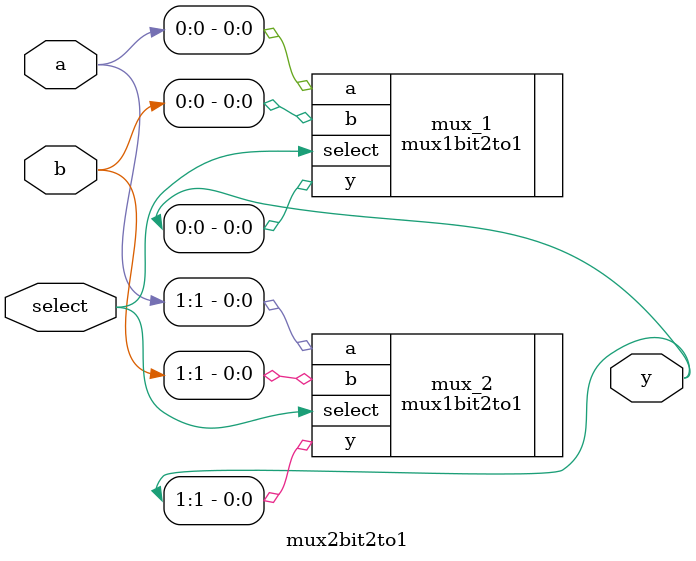
<source format=sv>
module mux2bit2to1(
  input logic [1:0] a, b,
  input logic select,
  output logic [1:0] y
);
  mux1bit2to1 mux_1 (.y(y[0]), .a(a[0]), .b(b[0]), .select);
  mux1bit2to1 mux_2 (.y(y[1]), .a(a[1]), .b(b[1]), .select);
endmodule

</source>
